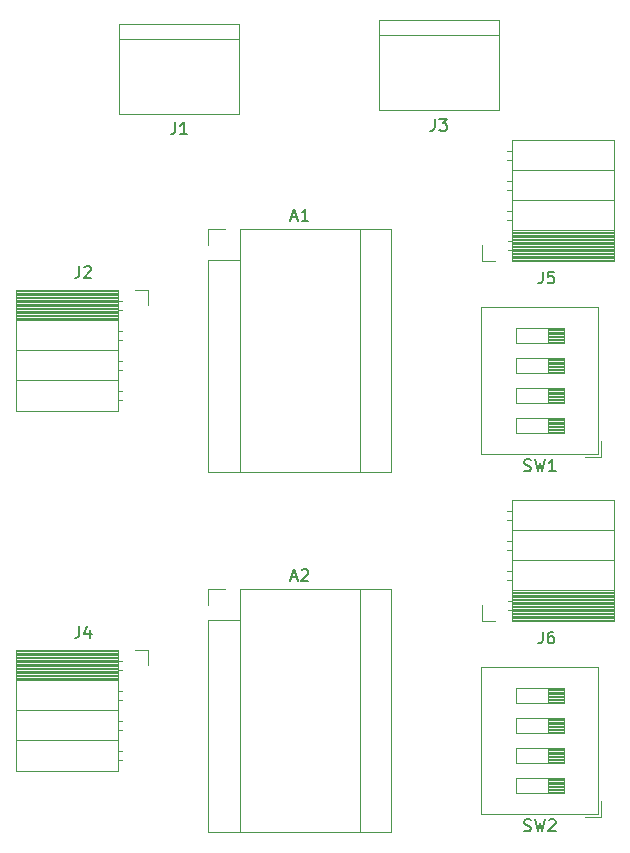
<source format=gbr>
%TF.GenerationSoftware,KiCad,Pcbnew,5.99.0+really5.1.10+dfsg1-1*%
%TF.CreationDate,2021-09-03T20:55:11+10:00*%
%TF.ProjectId,demo-driver,64656d6f-2d64-4726-9976-65722e6b6963,rev?*%
%TF.SameCoordinates,PX1c9c380PY7270e00*%
%TF.FileFunction,Legend,Top*%
%TF.FilePolarity,Positive*%
%FSLAX46Y46*%
G04 Gerber Fmt 4.6, Leading zero omitted, Abs format (unit mm)*
G04 Created by KiCad (PCBNEW 5.99.0+really5.1.10+dfsg1-1) date 2021-09-03 20:55:11*
%MOMM*%
%LPD*%
G01*
G04 APERTURE LIST*
%ADD10C,0.120000*%
%ADD11C,0.150000*%
G04 APERTURE END LIST*
D10*
%TO.C,J3*%
X36380000Y76820000D02*
X46540000Y76820000D01*
X36380000Y78090000D02*
X36380000Y70470000D01*
X36380000Y70470000D02*
X46540000Y70470000D01*
X46540000Y70470000D02*
X46540000Y78090000D01*
X46540000Y78090000D02*
X36380000Y78090000D01*
%TO.C,J1*%
X14380000Y76540000D02*
X24540000Y76540000D01*
X14380000Y77810000D02*
X14380000Y70190000D01*
X14380000Y70190000D02*
X24540000Y70190000D01*
X24540000Y70190000D02*
X24540000Y77810000D01*
X24540000Y77810000D02*
X14380000Y77810000D01*
%TO.C,J6*%
X56290000Y27350000D02*
X47660000Y27350000D01*
X56290000Y27468095D02*
X47660000Y27468095D01*
X56290000Y27586190D02*
X47660000Y27586190D01*
X56290000Y27704285D02*
X47660000Y27704285D01*
X56290000Y27822380D02*
X47660000Y27822380D01*
X56290000Y27940475D02*
X47660000Y27940475D01*
X56290000Y28058570D02*
X47660000Y28058570D01*
X56290000Y28176665D02*
X47660000Y28176665D01*
X56290000Y28294760D02*
X47660000Y28294760D01*
X56290000Y28412855D02*
X47660000Y28412855D01*
X56290000Y28530950D02*
X47660000Y28530950D01*
X56290000Y28649045D02*
X47660000Y28649045D01*
X56290000Y28767140D02*
X47660000Y28767140D01*
X56290000Y28885235D02*
X47660000Y28885235D01*
X56290000Y29003330D02*
X47660000Y29003330D01*
X56290000Y29121425D02*
X47660000Y29121425D01*
X56290000Y29239520D02*
X47660000Y29239520D01*
X56290000Y29357615D02*
X47660000Y29357615D01*
X56290000Y29475710D02*
X47660000Y29475710D01*
X56290000Y29593805D02*
X47660000Y29593805D01*
X56290000Y29711900D02*
X47660000Y29711900D01*
X47660000Y28200000D02*
X47310000Y28200000D01*
X47660000Y28920000D02*
X47310000Y28920000D01*
X47660000Y30740000D02*
X47250000Y30740000D01*
X47660000Y31460000D02*
X47250000Y31460000D01*
X47660000Y33280000D02*
X47250000Y33280000D01*
X47660000Y34000000D02*
X47250000Y34000000D01*
X47660000Y35820000D02*
X47250000Y35820000D01*
X47660000Y36540000D02*
X47250000Y36540000D01*
X56290000Y29830000D02*
X47660000Y29830000D01*
X56290000Y32370000D02*
X47660000Y32370000D01*
X56290000Y34910000D02*
X47660000Y34910000D01*
X56290000Y27230000D02*
X47660000Y27230000D01*
X47660000Y27230000D02*
X47660000Y37510000D01*
X56290000Y37510000D02*
X47660000Y37510000D01*
X56290000Y27230000D02*
X56290000Y37510000D01*
X45090000Y27230000D02*
X45090000Y28560000D01*
X46200000Y27230000D02*
X45090000Y27230000D01*
%TO.C,J5*%
X56290000Y57830000D02*
X47660000Y57830000D01*
X56290000Y57948095D02*
X47660000Y57948095D01*
X56290000Y58066190D02*
X47660000Y58066190D01*
X56290000Y58184285D02*
X47660000Y58184285D01*
X56290000Y58302380D02*
X47660000Y58302380D01*
X56290000Y58420475D02*
X47660000Y58420475D01*
X56290000Y58538570D02*
X47660000Y58538570D01*
X56290000Y58656665D02*
X47660000Y58656665D01*
X56290000Y58774760D02*
X47660000Y58774760D01*
X56290000Y58892855D02*
X47660000Y58892855D01*
X56290000Y59010950D02*
X47660000Y59010950D01*
X56290000Y59129045D02*
X47660000Y59129045D01*
X56290000Y59247140D02*
X47660000Y59247140D01*
X56290000Y59365235D02*
X47660000Y59365235D01*
X56290000Y59483330D02*
X47660000Y59483330D01*
X56290000Y59601425D02*
X47660000Y59601425D01*
X56290000Y59719520D02*
X47660000Y59719520D01*
X56290000Y59837615D02*
X47660000Y59837615D01*
X56290000Y59955710D02*
X47660000Y59955710D01*
X56290000Y60073805D02*
X47660000Y60073805D01*
X56290000Y60191900D02*
X47660000Y60191900D01*
X47660000Y58680000D02*
X47310000Y58680000D01*
X47660000Y59400000D02*
X47310000Y59400000D01*
X47660000Y61220000D02*
X47250000Y61220000D01*
X47660000Y61940000D02*
X47250000Y61940000D01*
X47660000Y63760000D02*
X47250000Y63760000D01*
X47660000Y64480000D02*
X47250000Y64480000D01*
X47660000Y66300000D02*
X47250000Y66300000D01*
X47660000Y67020000D02*
X47250000Y67020000D01*
X56290000Y60310000D02*
X47660000Y60310000D01*
X56290000Y62850000D02*
X47660000Y62850000D01*
X56290000Y65390000D02*
X47660000Y65390000D01*
X56290000Y57710000D02*
X47660000Y57710000D01*
X47660000Y57710000D02*
X47660000Y67990000D01*
X56290000Y67990000D02*
X47660000Y67990000D01*
X56290000Y57710000D02*
X56290000Y67990000D01*
X45090000Y57710000D02*
X45090000Y59040000D01*
X46200000Y57710000D02*
X45090000Y57710000D01*
%TO.C,SW2*%
X50686667Y20305000D02*
X50686667Y21575000D01*
X52040000Y21505000D02*
X50686667Y21505000D01*
X52040000Y21385000D02*
X50686667Y21385000D01*
X52040000Y21265000D02*
X50686667Y21265000D01*
X52040000Y21145000D02*
X50686667Y21145000D01*
X52040000Y21025000D02*
X50686667Y21025000D01*
X52040000Y20905000D02*
X50686667Y20905000D01*
X52040000Y20785000D02*
X50686667Y20785000D01*
X52040000Y20665000D02*
X50686667Y20665000D01*
X52040000Y20545000D02*
X50686667Y20545000D01*
X52040000Y20425000D02*
X50686667Y20425000D01*
X47980000Y20305000D02*
X52040000Y20305000D01*
X47980000Y21575000D02*
X47980000Y20305000D01*
X52040000Y21575000D02*
X47980000Y21575000D01*
X52040000Y20305000D02*
X52040000Y21575000D01*
X50686667Y17765000D02*
X50686667Y19035000D01*
X52040000Y18965000D02*
X50686667Y18965000D01*
X52040000Y18845000D02*
X50686667Y18845000D01*
X52040000Y18725000D02*
X50686667Y18725000D01*
X52040000Y18605000D02*
X50686667Y18605000D01*
X52040000Y18485000D02*
X50686667Y18485000D01*
X52040000Y18365000D02*
X50686667Y18365000D01*
X52040000Y18245000D02*
X50686667Y18245000D01*
X52040000Y18125000D02*
X50686667Y18125000D01*
X52040000Y18005000D02*
X50686667Y18005000D01*
X52040000Y17885000D02*
X50686667Y17885000D01*
X47980000Y17765000D02*
X52040000Y17765000D01*
X47980000Y19035000D02*
X47980000Y17765000D01*
X52040000Y19035000D02*
X47980000Y19035000D01*
X52040000Y17765000D02*
X52040000Y19035000D01*
X50686667Y15225000D02*
X50686667Y16495000D01*
X52040000Y16425000D02*
X50686667Y16425000D01*
X52040000Y16305000D02*
X50686667Y16305000D01*
X52040000Y16185000D02*
X50686667Y16185000D01*
X52040000Y16065000D02*
X50686667Y16065000D01*
X52040000Y15945000D02*
X50686667Y15945000D01*
X52040000Y15825000D02*
X50686667Y15825000D01*
X52040000Y15705000D02*
X50686667Y15705000D01*
X52040000Y15585000D02*
X50686667Y15585000D01*
X52040000Y15465000D02*
X50686667Y15465000D01*
X52040000Y15345000D02*
X50686667Y15345000D01*
X47980000Y15225000D02*
X52040000Y15225000D01*
X47980000Y16495000D02*
X47980000Y15225000D01*
X52040000Y16495000D02*
X47980000Y16495000D01*
X52040000Y15225000D02*
X52040000Y16495000D01*
X50686667Y12685000D02*
X50686667Y13955000D01*
X52040000Y13885000D02*
X50686667Y13885000D01*
X52040000Y13765000D02*
X50686667Y13765000D01*
X52040000Y13645000D02*
X50686667Y13645000D01*
X52040000Y13525000D02*
X50686667Y13525000D01*
X52040000Y13405000D02*
X50686667Y13405000D01*
X52040000Y13285000D02*
X50686667Y13285000D01*
X52040000Y13165000D02*
X50686667Y13165000D01*
X52040000Y13045000D02*
X50686667Y13045000D01*
X52040000Y12925000D02*
X50686667Y12925000D01*
X52040000Y12805000D02*
X50686667Y12805000D01*
X47980000Y12685000D02*
X52040000Y12685000D01*
X47980000Y13955000D02*
X47980000Y12685000D01*
X52040000Y13955000D02*
X47980000Y13955000D01*
X52040000Y12685000D02*
X52040000Y13955000D01*
X55200000Y10660000D02*
X55200000Y12043000D01*
X55200000Y10660000D02*
X53816000Y10660000D01*
X45060000Y10900000D02*
X45060000Y23360000D01*
X54960000Y10900000D02*
X54960000Y23360000D01*
X54960000Y23360000D02*
X45060000Y23360000D01*
X54960000Y10900000D02*
X45060000Y10900000D01*
%TO.C,SW1*%
X50686667Y50785000D02*
X50686667Y52055000D01*
X52040000Y51985000D02*
X50686667Y51985000D01*
X52040000Y51865000D02*
X50686667Y51865000D01*
X52040000Y51745000D02*
X50686667Y51745000D01*
X52040000Y51625000D02*
X50686667Y51625000D01*
X52040000Y51505000D02*
X50686667Y51505000D01*
X52040000Y51385000D02*
X50686667Y51385000D01*
X52040000Y51265000D02*
X50686667Y51265000D01*
X52040000Y51145000D02*
X50686667Y51145000D01*
X52040000Y51025000D02*
X50686667Y51025000D01*
X52040000Y50905000D02*
X50686667Y50905000D01*
X47980000Y50785000D02*
X52040000Y50785000D01*
X47980000Y52055000D02*
X47980000Y50785000D01*
X52040000Y52055000D02*
X47980000Y52055000D01*
X52040000Y50785000D02*
X52040000Y52055000D01*
X50686667Y48245000D02*
X50686667Y49515000D01*
X52040000Y49445000D02*
X50686667Y49445000D01*
X52040000Y49325000D02*
X50686667Y49325000D01*
X52040000Y49205000D02*
X50686667Y49205000D01*
X52040000Y49085000D02*
X50686667Y49085000D01*
X52040000Y48965000D02*
X50686667Y48965000D01*
X52040000Y48845000D02*
X50686667Y48845000D01*
X52040000Y48725000D02*
X50686667Y48725000D01*
X52040000Y48605000D02*
X50686667Y48605000D01*
X52040000Y48485000D02*
X50686667Y48485000D01*
X52040000Y48365000D02*
X50686667Y48365000D01*
X47980000Y48245000D02*
X52040000Y48245000D01*
X47980000Y49515000D02*
X47980000Y48245000D01*
X52040000Y49515000D02*
X47980000Y49515000D01*
X52040000Y48245000D02*
X52040000Y49515000D01*
X50686667Y45705000D02*
X50686667Y46975000D01*
X52040000Y46905000D02*
X50686667Y46905000D01*
X52040000Y46785000D02*
X50686667Y46785000D01*
X52040000Y46665000D02*
X50686667Y46665000D01*
X52040000Y46545000D02*
X50686667Y46545000D01*
X52040000Y46425000D02*
X50686667Y46425000D01*
X52040000Y46305000D02*
X50686667Y46305000D01*
X52040000Y46185000D02*
X50686667Y46185000D01*
X52040000Y46065000D02*
X50686667Y46065000D01*
X52040000Y45945000D02*
X50686667Y45945000D01*
X52040000Y45825000D02*
X50686667Y45825000D01*
X47980000Y45705000D02*
X52040000Y45705000D01*
X47980000Y46975000D02*
X47980000Y45705000D01*
X52040000Y46975000D02*
X47980000Y46975000D01*
X52040000Y45705000D02*
X52040000Y46975000D01*
X50686667Y43165000D02*
X50686667Y44435000D01*
X52040000Y44365000D02*
X50686667Y44365000D01*
X52040000Y44245000D02*
X50686667Y44245000D01*
X52040000Y44125000D02*
X50686667Y44125000D01*
X52040000Y44005000D02*
X50686667Y44005000D01*
X52040000Y43885000D02*
X50686667Y43885000D01*
X52040000Y43765000D02*
X50686667Y43765000D01*
X52040000Y43645000D02*
X50686667Y43645000D01*
X52040000Y43525000D02*
X50686667Y43525000D01*
X52040000Y43405000D02*
X50686667Y43405000D01*
X52040000Y43285000D02*
X50686667Y43285000D01*
X47980000Y43165000D02*
X52040000Y43165000D01*
X47980000Y44435000D02*
X47980000Y43165000D01*
X52040000Y44435000D02*
X47980000Y44435000D01*
X52040000Y43165000D02*
X52040000Y44435000D01*
X55200000Y41140000D02*
X55200000Y42523000D01*
X55200000Y41140000D02*
X53816000Y41140000D01*
X45060000Y41380000D02*
X45060000Y53840000D01*
X54960000Y41380000D02*
X54960000Y53840000D01*
X54960000Y53840000D02*
X45060000Y53840000D01*
X54960000Y41380000D02*
X45060000Y41380000D01*
%TO.C,J4*%
X15720000Y24810000D02*
X16830000Y24810000D01*
X16830000Y24810000D02*
X16830000Y23480000D01*
X5630000Y24810000D02*
X5630000Y14530000D01*
X5630000Y14530000D02*
X14260000Y14530000D01*
X14260000Y24810000D02*
X14260000Y14530000D01*
X5630000Y24810000D02*
X14260000Y24810000D01*
X5630000Y17130000D02*
X14260000Y17130000D01*
X5630000Y19670000D02*
X14260000Y19670000D01*
X5630000Y22210000D02*
X14260000Y22210000D01*
X14260000Y15500000D02*
X14670000Y15500000D01*
X14260000Y16220000D02*
X14670000Y16220000D01*
X14260000Y18040000D02*
X14670000Y18040000D01*
X14260000Y18760000D02*
X14670000Y18760000D01*
X14260000Y20580000D02*
X14670000Y20580000D01*
X14260000Y21300000D02*
X14670000Y21300000D01*
X14260000Y23120000D02*
X14610000Y23120000D01*
X14260000Y23840000D02*
X14610000Y23840000D01*
X5630000Y22328100D02*
X14260000Y22328100D01*
X5630000Y22446195D02*
X14260000Y22446195D01*
X5630000Y22564290D02*
X14260000Y22564290D01*
X5630000Y22682385D02*
X14260000Y22682385D01*
X5630000Y22800480D02*
X14260000Y22800480D01*
X5630000Y22918575D02*
X14260000Y22918575D01*
X5630000Y23036670D02*
X14260000Y23036670D01*
X5630000Y23154765D02*
X14260000Y23154765D01*
X5630000Y23272860D02*
X14260000Y23272860D01*
X5630000Y23390955D02*
X14260000Y23390955D01*
X5630000Y23509050D02*
X14260000Y23509050D01*
X5630000Y23627145D02*
X14260000Y23627145D01*
X5630000Y23745240D02*
X14260000Y23745240D01*
X5630000Y23863335D02*
X14260000Y23863335D01*
X5630000Y23981430D02*
X14260000Y23981430D01*
X5630000Y24099525D02*
X14260000Y24099525D01*
X5630000Y24217620D02*
X14260000Y24217620D01*
X5630000Y24335715D02*
X14260000Y24335715D01*
X5630000Y24453810D02*
X14260000Y24453810D01*
X5630000Y24571905D02*
X14260000Y24571905D01*
X5630000Y24690000D02*
X14260000Y24690000D01*
%TO.C,J2*%
X15720000Y55290000D02*
X16830000Y55290000D01*
X16830000Y55290000D02*
X16830000Y53960000D01*
X5630000Y55290000D02*
X5630000Y45010000D01*
X5630000Y45010000D02*
X14260000Y45010000D01*
X14260000Y55290000D02*
X14260000Y45010000D01*
X5630000Y55290000D02*
X14260000Y55290000D01*
X5630000Y47610000D02*
X14260000Y47610000D01*
X5630000Y50150000D02*
X14260000Y50150000D01*
X5630000Y52690000D02*
X14260000Y52690000D01*
X14260000Y45980000D02*
X14670000Y45980000D01*
X14260000Y46700000D02*
X14670000Y46700000D01*
X14260000Y48520000D02*
X14670000Y48520000D01*
X14260000Y49240000D02*
X14670000Y49240000D01*
X14260000Y51060000D02*
X14670000Y51060000D01*
X14260000Y51780000D02*
X14670000Y51780000D01*
X14260000Y53600000D02*
X14610000Y53600000D01*
X14260000Y54320000D02*
X14610000Y54320000D01*
X5630000Y52808100D02*
X14260000Y52808100D01*
X5630000Y52926195D02*
X14260000Y52926195D01*
X5630000Y53044290D02*
X14260000Y53044290D01*
X5630000Y53162385D02*
X14260000Y53162385D01*
X5630000Y53280480D02*
X14260000Y53280480D01*
X5630000Y53398575D02*
X14260000Y53398575D01*
X5630000Y53516670D02*
X14260000Y53516670D01*
X5630000Y53634765D02*
X14260000Y53634765D01*
X5630000Y53752860D02*
X14260000Y53752860D01*
X5630000Y53870955D02*
X14260000Y53870955D01*
X5630000Y53989050D02*
X14260000Y53989050D01*
X5630000Y54107145D02*
X14260000Y54107145D01*
X5630000Y54225240D02*
X14260000Y54225240D01*
X5630000Y54343335D02*
X14260000Y54343335D01*
X5630000Y54461430D02*
X14260000Y54461430D01*
X5630000Y54579525D02*
X14260000Y54579525D01*
X5630000Y54697620D02*
X14260000Y54697620D01*
X5630000Y54815715D02*
X14260000Y54815715D01*
X5630000Y54933810D02*
X14260000Y54933810D01*
X5630000Y55051905D02*
X14260000Y55051905D01*
X5630000Y55170000D02*
X14260000Y55170000D01*
%TO.C,A2*%
X37440000Y29960000D02*
X24610000Y29960000D01*
X37440000Y9380000D02*
X37440000Y29960000D01*
X21940000Y9380000D02*
X37440000Y9380000D01*
X21940000Y27290000D02*
X21940000Y9380000D01*
X24610000Y27290000D02*
X21940000Y27290000D01*
X24610000Y29960000D02*
X24610000Y27290000D01*
X21940000Y29960000D02*
X21940000Y28560000D01*
X23340000Y29960000D02*
X21940000Y29960000D01*
X24610000Y27290000D02*
X24610000Y9380000D01*
X34770000Y29960000D02*
X34770000Y9380000D01*
%TO.C,A1*%
X37440000Y60440000D02*
X24610000Y60440000D01*
X37440000Y39860000D02*
X37440000Y60440000D01*
X21940000Y39860000D02*
X37440000Y39860000D01*
X21940000Y57770000D02*
X21940000Y39860000D01*
X24610000Y57770000D02*
X21940000Y57770000D01*
X24610000Y60440000D02*
X24610000Y57770000D01*
X21940000Y60440000D02*
X21940000Y59040000D01*
X23340000Y60440000D02*
X21940000Y60440000D01*
X24610000Y57770000D02*
X24610000Y39860000D01*
X34770000Y60440000D02*
X34770000Y39860000D01*
%TO.C,J3*%
D11*
X41126666Y69747620D02*
X41126666Y69033334D01*
X41079047Y68890477D01*
X40983809Y68795239D01*
X40840952Y68747620D01*
X40745714Y68747620D01*
X41507619Y69747620D02*
X42126666Y69747620D01*
X41793333Y69366667D01*
X41936190Y69366667D01*
X42031428Y69319048D01*
X42079047Y69271429D01*
X42126666Y69176191D01*
X42126666Y68938096D01*
X42079047Y68842858D01*
X42031428Y68795239D01*
X41936190Y68747620D01*
X41650476Y68747620D01*
X41555238Y68795239D01*
X41507619Y68842858D01*
%TO.C,J1*%
X19126666Y69467620D02*
X19126666Y68753334D01*
X19079047Y68610477D01*
X18983809Y68515239D01*
X18840952Y68467620D01*
X18745714Y68467620D01*
X20126666Y68467620D02*
X19555238Y68467620D01*
X19840952Y68467620D02*
X19840952Y69467620D01*
X19745714Y69324762D01*
X19650476Y69229524D01*
X19555238Y69181905D01*
%TO.C,J6*%
X50246666Y26337620D02*
X50246666Y25623334D01*
X50199047Y25480477D01*
X50103809Y25385239D01*
X49960952Y25337620D01*
X49865714Y25337620D01*
X51151428Y26337620D02*
X50960952Y26337620D01*
X50865714Y26290000D01*
X50818095Y26242381D01*
X50722857Y26099524D01*
X50675238Y25909048D01*
X50675238Y25528096D01*
X50722857Y25432858D01*
X50770476Y25385239D01*
X50865714Y25337620D01*
X51056190Y25337620D01*
X51151428Y25385239D01*
X51199047Y25432858D01*
X51246666Y25528096D01*
X51246666Y25766191D01*
X51199047Y25861429D01*
X51151428Y25909048D01*
X51056190Y25956667D01*
X50865714Y25956667D01*
X50770476Y25909048D01*
X50722857Y25861429D01*
X50675238Y25766191D01*
%TO.C,J5*%
X50246666Y56817620D02*
X50246666Y56103334D01*
X50199047Y55960477D01*
X50103809Y55865239D01*
X49960952Y55817620D01*
X49865714Y55817620D01*
X51199047Y56817620D02*
X50722857Y56817620D01*
X50675238Y56341429D01*
X50722857Y56389048D01*
X50818095Y56436667D01*
X51056190Y56436667D01*
X51151428Y56389048D01*
X51199047Y56341429D01*
X51246666Y56246191D01*
X51246666Y56008096D01*
X51199047Y55912858D01*
X51151428Y55865239D01*
X51056190Y55817620D01*
X50818095Y55817620D01*
X50722857Y55865239D01*
X50675238Y55912858D01*
%TO.C,SW2*%
X48676666Y9495239D02*
X48819523Y9447620D01*
X49057619Y9447620D01*
X49152857Y9495239D01*
X49200476Y9542858D01*
X49248095Y9638096D01*
X49248095Y9733334D01*
X49200476Y9828572D01*
X49152857Y9876191D01*
X49057619Y9923810D01*
X48867142Y9971429D01*
X48771904Y10019048D01*
X48724285Y10066667D01*
X48676666Y10161905D01*
X48676666Y10257143D01*
X48724285Y10352381D01*
X48771904Y10400000D01*
X48867142Y10447620D01*
X49105238Y10447620D01*
X49248095Y10400000D01*
X49581428Y10447620D02*
X49819523Y9447620D01*
X50010000Y10161905D01*
X50200476Y9447620D01*
X50438571Y10447620D01*
X50771904Y10352381D02*
X50819523Y10400000D01*
X50914761Y10447620D01*
X51152857Y10447620D01*
X51248095Y10400000D01*
X51295714Y10352381D01*
X51343333Y10257143D01*
X51343333Y10161905D01*
X51295714Y10019048D01*
X50724285Y9447620D01*
X51343333Y9447620D01*
%TO.C,SW1*%
X48676666Y39975239D02*
X48819523Y39927620D01*
X49057619Y39927620D01*
X49152857Y39975239D01*
X49200476Y40022858D01*
X49248095Y40118096D01*
X49248095Y40213334D01*
X49200476Y40308572D01*
X49152857Y40356191D01*
X49057619Y40403810D01*
X48867142Y40451429D01*
X48771904Y40499048D01*
X48724285Y40546667D01*
X48676666Y40641905D01*
X48676666Y40737143D01*
X48724285Y40832381D01*
X48771904Y40880000D01*
X48867142Y40927620D01*
X49105238Y40927620D01*
X49248095Y40880000D01*
X49581428Y40927620D02*
X49819523Y39927620D01*
X50010000Y40641905D01*
X50200476Y39927620D01*
X50438571Y40927620D01*
X51343333Y39927620D02*
X50771904Y39927620D01*
X51057619Y39927620D02*
X51057619Y40927620D01*
X50962380Y40784762D01*
X50867142Y40689524D01*
X50771904Y40641905D01*
%TO.C,J4*%
X11006666Y26797620D02*
X11006666Y26083334D01*
X10959047Y25940477D01*
X10863809Y25845239D01*
X10720952Y25797620D01*
X10625714Y25797620D01*
X11911428Y26464286D02*
X11911428Y25797620D01*
X11673333Y26845239D02*
X11435238Y26130953D01*
X12054285Y26130953D01*
%TO.C,J2*%
X11006666Y57277620D02*
X11006666Y56563334D01*
X10959047Y56420477D01*
X10863809Y56325239D01*
X10720952Y56277620D01*
X10625714Y56277620D01*
X11435238Y57182381D02*
X11482857Y57230000D01*
X11578095Y57277620D01*
X11816190Y57277620D01*
X11911428Y57230000D01*
X11959047Y57182381D01*
X12006666Y57087143D01*
X12006666Y56991905D01*
X11959047Y56849048D01*
X11387619Y56277620D01*
X12006666Y56277620D01*
%TO.C,A2*%
X28975714Y30933334D02*
X29451904Y30933334D01*
X28880476Y30647620D02*
X29213809Y31647620D01*
X29547142Y30647620D01*
X29832857Y31552381D02*
X29880476Y31600000D01*
X29975714Y31647620D01*
X30213809Y31647620D01*
X30309047Y31600000D01*
X30356666Y31552381D01*
X30404285Y31457143D01*
X30404285Y31361905D01*
X30356666Y31219048D01*
X29785238Y30647620D01*
X30404285Y30647620D01*
%TO.C,A1*%
X28975714Y61413334D02*
X29451904Y61413334D01*
X28880476Y61127620D02*
X29213809Y62127620D01*
X29547142Y61127620D01*
X30404285Y61127620D02*
X29832857Y61127620D01*
X30118571Y61127620D02*
X30118571Y62127620D01*
X30023333Y61984762D01*
X29928095Y61889524D01*
X29832857Y61841905D01*
%TD*%
M02*

</source>
